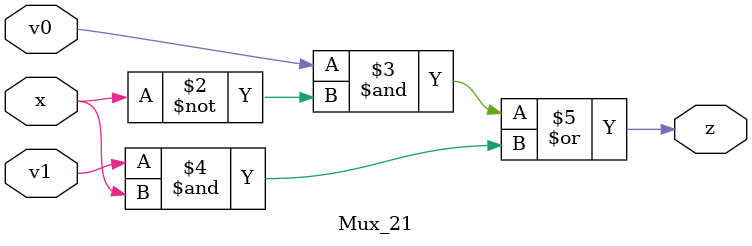
<source format=v>
module mux_bank(
    input wire[15:0] Input,
    input wire select,
    output reg[7:0] Output
);
    wire[7:0] output1;
        Mux_21 mux7(.v0(Input[15]),.v1(Input[14]),.x(select),.z(output1[7]));
        Mux_21 mux6(.v0(Input[13]),.v1(Input[12]),.x(select),.z(output1[6]));
        Mux_21 mux5(.v0(Input[11]),.v1(Input[10]),.x(select),.z(output1[5]));
        Mux_21 mux4(.v0(Input[9]),.v1(Input[8]),.x(select),.z(output1[4]));
        Mux_21 mux3(.v0(Input[7]),.v1(Input[6]),.x(select),.z(output1[3]));
        Mux_21 mux2(.v0(Input[5]),.v1(Input[4]),.x(select),.z(output1[2]));
        Mux_21 mux1(.v0(Input[3]),.v1(Input[2]),.x(select),.z(output1[1]));
        Mux_21 mux0(.v0(Input[1]),.v1(Input[0]),.x(select),.z(output1[0]));
        
    always @(*) Output <= output1;
endmodule

module Mux_21 (
    input wire v0,
    input wire v1,
    input wire x,
    output reg z
);

    always @ (*)begin
       z = (v0&~x)|(v1&x); 
    end

endmodule
</source>
